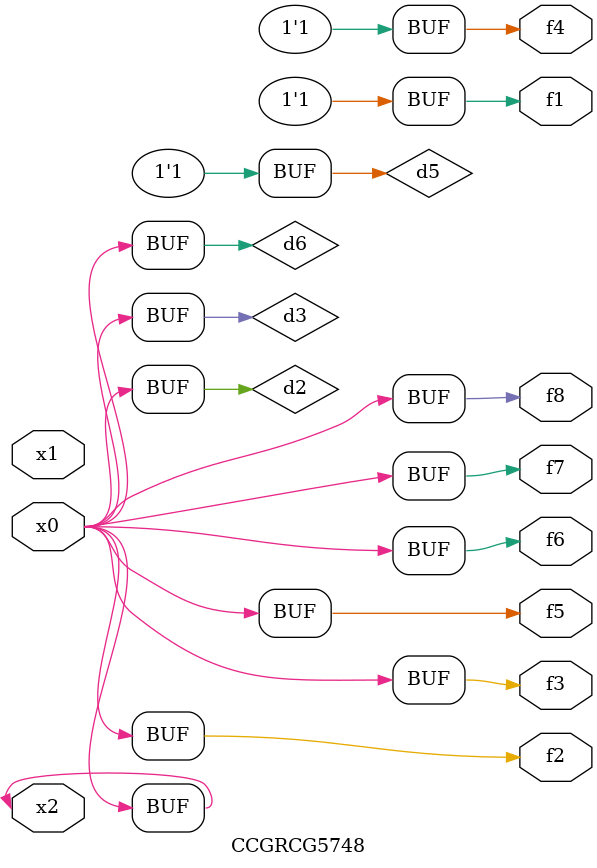
<source format=v>
module CCGRCG5748(
	input x0, x1, x2,
	output f1, f2, f3, f4, f5, f6, f7, f8
);

	wire d1, d2, d3, d4, d5, d6;

	xnor (d1, x2);
	buf (d2, x0, x2);
	and (d3, x0);
	xnor (d4, x1, x2);
	nand (d5, d1, d3);
	buf (d6, d2, d3);
	assign f1 = d5;
	assign f2 = d6;
	assign f3 = d6;
	assign f4 = d5;
	assign f5 = d6;
	assign f6 = d6;
	assign f7 = d6;
	assign f8 = d6;
endmodule

</source>
